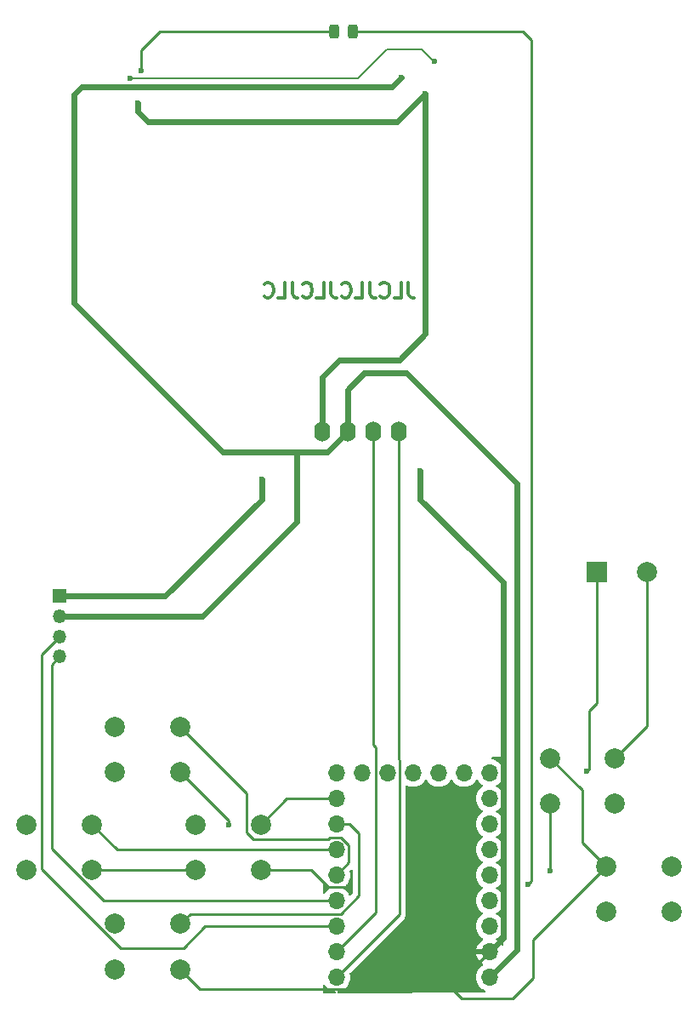
<source format=gbr>
G04 #@! TF.GenerationSoftware,KiCad,Pcbnew,8.0.5-8.0.5-0~ubuntu24.04.1*
G04 #@! TF.CreationDate,2024-10-05T12:13:45+09:00*
G04 #@! TF.ProjectId,gopher_rp2040_sw,676f7068-6572-45f7-9270-323034305f73,rev?*
G04 #@! TF.SameCoordinates,Original*
G04 #@! TF.FileFunction,Copper,L2,Bot*
G04 #@! TF.FilePolarity,Positive*
%FSLAX46Y46*%
G04 Gerber Fmt 4.6, Leading zero omitted, Abs format (unit mm)*
G04 Created by KiCad (PCBNEW 8.0.5-8.0.5-0~ubuntu24.04.1) date 2024-10-05 12:13:45*
%MOMM*%
%LPD*%
G01*
G04 APERTURE LIST*
G04 Aperture macros list*
%AMRoundRect*
0 Rectangle with rounded corners*
0 $1 Rounding radius*
0 $2 $3 $4 $5 $6 $7 $8 $9 X,Y pos of 4 corners*
0 Add a 4 corners polygon primitive as box body*
4,1,4,$2,$3,$4,$5,$6,$7,$8,$9,$2,$3,0*
0 Add four circle primitives for the rounded corners*
1,1,$1+$1,$2,$3*
1,1,$1+$1,$4,$5*
1,1,$1+$1,$6,$7*
1,1,$1+$1,$8,$9*
0 Add four rect primitives between the rounded corners*
20,1,$1+$1,$2,$3,$4,$5,0*
20,1,$1+$1,$4,$5,$6,$7,0*
20,1,$1+$1,$6,$7,$8,$9,0*
20,1,$1+$1,$8,$9,$2,$3,0*%
G04 Aperture macros list end*
%ADD10C,0.300000*%
G04 #@! TA.AperFunction,NonConductor*
%ADD11C,0.300000*%
G04 #@! TD*
G04 #@! TA.AperFunction,ComponentPad*
%ADD12O,1.700000X1.700000*%
G04 #@! TD*
G04 #@! TA.AperFunction,ComponentPad*
%ADD13O,1.600000X2.000000*%
G04 #@! TD*
G04 #@! TA.AperFunction,ComponentPad*
%ADD14C,2.000000*%
G04 #@! TD*
G04 #@! TA.AperFunction,ComponentPad*
%ADD15R,1.350000X1.350000*%
G04 #@! TD*
G04 #@! TA.AperFunction,ComponentPad*
%ADD16O,1.350000X1.350000*%
G04 #@! TD*
G04 #@! TA.AperFunction,ComponentPad*
%ADD17R,2.000000X2.000000*%
G04 #@! TD*
G04 #@! TA.AperFunction,SMDPad,CuDef*
%ADD18RoundRect,0.243750X0.243750X0.456250X-0.243750X0.456250X-0.243750X-0.456250X0.243750X-0.456250X0*%
G04 #@! TD*
G04 #@! TA.AperFunction,ViaPad*
%ADD19C,0.600000*%
G04 #@! TD*
G04 #@! TA.AperFunction,Conductor*
%ADD20C,0.200000*%
G04 #@! TD*
G04 #@! TA.AperFunction,Conductor*
%ADD21C,0.600000*%
G04 #@! TD*
G04 #@! TA.AperFunction,Conductor*
%ADD22C,0.250000*%
G04 #@! TD*
G04 APERTURE END LIST*
D10*
D11*
X122916917Y-99400828D02*
X122916917Y-100472257D01*
X122916917Y-100472257D02*
X122988346Y-100686542D01*
X122988346Y-100686542D02*
X123131203Y-100829400D01*
X123131203Y-100829400D02*
X123345489Y-100900828D01*
X123345489Y-100900828D02*
X123488346Y-100900828D01*
X121488346Y-100900828D02*
X122202632Y-100900828D01*
X122202632Y-100900828D02*
X122202632Y-99400828D01*
X120131203Y-100757971D02*
X120202631Y-100829400D01*
X120202631Y-100829400D02*
X120416917Y-100900828D01*
X120416917Y-100900828D02*
X120559774Y-100900828D01*
X120559774Y-100900828D02*
X120774060Y-100829400D01*
X120774060Y-100829400D02*
X120916917Y-100686542D01*
X120916917Y-100686542D02*
X120988346Y-100543685D01*
X120988346Y-100543685D02*
X121059774Y-100257971D01*
X121059774Y-100257971D02*
X121059774Y-100043685D01*
X121059774Y-100043685D02*
X120988346Y-99757971D01*
X120988346Y-99757971D02*
X120916917Y-99615114D01*
X120916917Y-99615114D02*
X120774060Y-99472257D01*
X120774060Y-99472257D02*
X120559774Y-99400828D01*
X120559774Y-99400828D02*
X120416917Y-99400828D01*
X120416917Y-99400828D02*
X120202631Y-99472257D01*
X120202631Y-99472257D02*
X120131203Y-99543685D01*
X119059774Y-99400828D02*
X119059774Y-100472257D01*
X119059774Y-100472257D02*
X119131203Y-100686542D01*
X119131203Y-100686542D02*
X119274060Y-100829400D01*
X119274060Y-100829400D02*
X119488346Y-100900828D01*
X119488346Y-100900828D02*
X119631203Y-100900828D01*
X117631203Y-100900828D02*
X118345489Y-100900828D01*
X118345489Y-100900828D02*
X118345489Y-99400828D01*
X116274060Y-100757971D02*
X116345488Y-100829400D01*
X116345488Y-100829400D02*
X116559774Y-100900828D01*
X116559774Y-100900828D02*
X116702631Y-100900828D01*
X116702631Y-100900828D02*
X116916917Y-100829400D01*
X116916917Y-100829400D02*
X117059774Y-100686542D01*
X117059774Y-100686542D02*
X117131203Y-100543685D01*
X117131203Y-100543685D02*
X117202631Y-100257971D01*
X117202631Y-100257971D02*
X117202631Y-100043685D01*
X117202631Y-100043685D02*
X117131203Y-99757971D01*
X117131203Y-99757971D02*
X117059774Y-99615114D01*
X117059774Y-99615114D02*
X116916917Y-99472257D01*
X116916917Y-99472257D02*
X116702631Y-99400828D01*
X116702631Y-99400828D02*
X116559774Y-99400828D01*
X116559774Y-99400828D02*
X116345488Y-99472257D01*
X116345488Y-99472257D02*
X116274060Y-99543685D01*
X115202631Y-99400828D02*
X115202631Y-100472257D01*
X115202631Y-100472257D02*
X115274060Y-100686542D01*
X115274060Y-100686542D02*
X115416917Y-100829400D01*
X115416917Y-100829400D02*
X115631203Y-100900828D01*
X115631203Y-100900828D02*
X115774060Y-100900828D01*
X113774060Y-100900828D02*
X114488346Y-100900828D01*
X114488346Y-100900828D02*
X114488346Y-99400828D01*
X112416917Y-100757971D02*
X112488345Y-100829400D01*
X112488345Y-100829400D02*
X112702631Y-100900828D01*
X112702631Y-100900828D02*
X112845488Y-100900828D01*
X112845488Y-100900828D02*
X113059774Y-100829400D01*
X113059774Y-100829400D02*
X113202631Y-100686542D01*
X113202631Y-100686542D02*
X113274060Y-100543685D01*
X113274060Y-100543685D02*
X113345488Y-100257971D01*
X113345488Y-100257971D02*
X113345488Y-100043685D01*
X113345488Y-100043685D02*
X113274060Y-99757971D01*
X113274060Y-99757971D02*
X113202631Y-99615114D01*
X113202631Y-99615114D02*
X113059774Y-99472257D01*
X113059774Y-99472257D02*
X112845488Y-99400828D01*
X112845488Y-99400828D02*
X112702631Y-99400828D01*
X112702631Y-99400828D02*
X112488345Y-99472257D01*
X112488345Y-99472257D02*
X112416917Y-99543685D01*
X111345488Y-99400828D02*
X111345488Y-100472257D01*
X111345488Y-100472257D02*
X111416917Y-100686542D01*
X111416917Y-100686542D02*
X111559774Y-100829400D01*
X111559774Y-100829400D02*
X111774060Y-100900828D01*
X111774060Y-100900828D02*
X111916917Y-100900828D01*
X109916917Y-100900828D02*
X110631203Y-100900828D01*
X110631203Y-100900828D02*
X110631203Y-99400828D01*
X108559774Y-100757971D02*
X108631202Y-100829400D01*
X108631202Y-100829400D02*
X108845488Y-100900828D01*
X108845488Y-100900828D02*
X108988345Y-100900828D01*
X108988345Y-100900828D02*
X109202631Y-100829400D01*
X109202631Y-100829400D02*
X109345488Y-100686542D01*
X109345488Y-100686542D02*
X109416917Y-100543685D01*
X109416917Y-100543685D02*
X109488345Y-100257971D01*
X109488345Y-100257971D02*
X109488345Y-100043685D01*
X109488345Y-100043685D02*
X109416917Y-99757971D01*
X109416917Y-99757971D02*
X109345488Y-99615114D01*
X109345488Y-99615114D02*
X109202631Y-99472257D01*
X109202631Y-99472257D02*
X108988345Y-99400828D01*
X108988345Y-99400828D02*
X108845488Y-99400828D01*
X108845488Y-99400828D02*
X108631202Y-99472257D01*
X108631202Y-99472257D02*
X108559774Y-99543685D01*
D12*
X115760000Y-168500000D03*
X115760000Y-165960000D03*
X115760000Y-163420000D03*
X115760000Y-160880000D03*
X115760000Y-158340000D03*
X115760000Y-155800000D03*
X115760000Y-153260000D03*
X115760000Y-150720000D03*
X115760000Y-148180000D03*
X118300000Y-148180000D03*
X120840000Y-148180000D03*
X123380000Y-148180000D03*
X125920000Y-148180000D03*
X128460000Y-148180000D03*
X131000000Y-148180000D03*
X131000000Y-150720000D03*
X131000000Y-153260000D03*
X131000000Y-155800000D03*
X131000000Y-158340000D03*
X131000000Y-160880000D03*
X131000000Y-163420000D03*
X131000000Y-165960000D03*
X131000000Y-168500000D03*
D13*
X114300000Y-114200000D03*
X116840000Y-114200000D03*
X119380000Y-114200000D03*
X121920000Y-114200000D03*
D14*
X137000000Y-146700000D03*
X143500000Y-146700000D03*
X137000000Y-151200000D03*
X143500000Y-151200000D03*
X84900000Y-153300000D03*
X91400000Y-153300000D03*
X84900000Y-157800000D03*
X91400000Y-157800000D03*
X93700000Y-163200000D03*
X100200000Y-163200000D03*
X93700000Y-167700000D03*
X100200000Y-167700000D03*
D15*
X88200000Y-130600000D03*
D16*
X88200000Y-132600000D03*
X88200000Y-134600000D03*
X88200000Y-136600000D03*
D14*
X93700000Y-143600000D03*
X100200000Y-143600000D03*
X93700000Y-148100000D03*
X100200000Y-148100000D03*
X101700000Y-153300000D03*
X108200000Y-153300000D03*
X101700000Y-157800000D03*
X108200000Y-157800000D03*
X142600000Y-157500000D03*
X149100000Y-157500000D03*
X142600000Y-162000000D03*
X149100000Y-162000000D03*
D17*
X141700000Y-128200000D03*
D14*
X146700000Y-128200000D03*
D18*
X117400000Y-74400000D03*
X115525000Y-74400000D03*
D19*
X95200000Y-79100000D03*
X125500000Y-77400000D03*
X122200000Y-79000000D03*
X96300000Y-78300000D03*
X96000000Y-81500000D03*
X93200000Y-79900000D03*
X124600000Y-80600000D03*
X108300000Y-119000000D03*
X117000000Y-159500000D03*
X124100000Y-118100000D03*
X105000000Y-153300000D03*
X140700000Y-148000000D03*
X134800000Y-159300000D03*
X137000000Y-157900000D03*
D20*
X120800000Y-76200000D02*
X124200000Y-76200000D01*
X124200000Y-76200000D02*
X125400000Y-77400000D01*
X95200000Y-79100000D02*
X117900000Y-79100000D01*
X117900000Y-79100000D02*
X120800000Y-76200000D01*
X125400000Y-77400000D02*
X125500000Y-77400000D01*
D21*
X121300000Y-79900000D02*
X122200000Y-79000000D01*
X93200000Y-79900000D02*
X121300000Y-79900000D01*
D22*
X96300000Y-76300000D02*
X96300000Y-78300000D01*
X96400000Y-76200000D02*
X96300000Y-76300000D01*
X103400000Y-74400000D02*
X98200000Y-74400000D01*
X98200000Y-74400000D02*
X96400000Y-76200000D01*
D21*
X121800000Y-83400000D02*
X124600000Y-80600000D01*
X96000000Y-81500000D02*
X96000000Y-82400000D01*
X96000000Y-82400000D02*
X97000000Y-83400000D01*
X97000000Y-83400000D02*
X121800000Y-83400000D01*
X90400000Y-79900000D02*
X93200000Y-79900000D01*
X89600000Y-80700000D02*
X90400000Y-79900000D01*
X124600000Y-104500000D02*
X124600000Y-80600000D01*
X122000000Y-107100000D02*
X124600000Y-104500000D01*
D22*
X140200000Y-155100000D02*
X142600000Y-157500000D01*
X142600000Y-157500000D02*
X135300000Y-164800000D01*
X115115000Y-159515000D02*
X116985000Y-159515000D01*
D21*
X114300000Y-114200000D02*
X114300000Y-108800000D01*
D22*
X113200000Y-157800000D02*
X114900000Y-159500000D01*
X135300000Y-168600000D02*
X133300000Y-170600000D01*
X115100000Y-159500000D02*
X115115000Y-159515000D01*
D21*
X114300000Y-108800000D02*
X116000000Y-107100000D01*
D22*
X140200000Y-149900000D02*
X140200000Y-155100000D01*
X91400000Y-157800000D02*
X99800000Y-157800000D01*
D21*
X129200000Y-126100000D02*
X124100000Y-121000000D01*
X116000000Y-107100000D02*
X122000000Y-107100000D01*
D22*
X127285000Y-169675000D02*
X131000000Y-165960000D01*
X108200000Y-157800000D02*
X113200000Y-157800000D01*
X116985000Y-159515000D02*
X117000000Y-159500000D01*
X99800000Y-157800000D02*
X101700000Y-157800000D01*
X102175000Y-169675000D02*
X127285000Y-169675000D01*
X100200000Y-148100000D02*
X105000000Y-152900000D01*
D21*
X132350000Y-129250000D02*
X132350000Y-164610000D01*
X108300000Y-119000000D02*
X108300000Y-121000000D01*
D22*
X128210000Y-170600000D02*
X127285000Y-169675000D01*
D21*
X108300000Y-121000000D02*
X98700000Y-130600000D01*
D22*
X114900000Y-159500000D02*
X115100000Y-159500000D01*
X100200000Y-167700000D02*
X102175000Y-169675000D01*
X146700000Y-128200000D02*
X146700000Y-143500000D01*
X135300000Y-164800000D02*
X135300000Y-168600000D01*
X137000000Y-146700000D02*
X140200000Y-149900000D01*
D21*
X124100000Y-121000000D02*
X124100000Y-118100000D01*
X132350000Y-164610000D02*
X131000000Y-165960000D01*
X129200000Y-126100000D02*
X132350000Y-129250000D01*
D22*
X146700000Y-143500000D02*
X143500000Y-146700000D01*
X105000000Y-152900000D02*
X105000000Y-153300000D01*
D21*
X98700000Y-130600000D02*
X88200000Y-130600000D01*
D22*
X133300000Y-170600000D02*
X128210000Y-170600000D01*
D21*
X133700000Y-165800000D02*
X131000000Y-168500000D01*
X116840000Y-110060000D02*
X118500000Y-108400000D01*
X95400000Y-107200000D02*
X104420000Y-116220000D01*
X114820000Y-116220000D02*
X116840000Y-114200000D01*
X95400000Y-107200000D02*
X89600000Y-101400000D01*
X111800000Y-123200000D02*
X102400000Y-132600000D01*
X102400000Y-132600000D02*
X88200000Y-132600000D01*
X118500000Y-108400000D02*
X122700000Y-108400000D01*
X104420000Y-116220000D02*
X111800000Y-116220000D01*
X111800000Y-116220000D02*
X111800000Y-123200000D01*
X122700000Y-108400000D02*
X133700000Y-119400000D01*
X111800000Y-116220000D02*
X114820000Y-116220000D01*
X133700000Y-119400000D02*
X133700000Y-165800000D01*
X116840000Y-114200000D02*
X116840000Y-110060000D01*
X89600000Y-101400000D02*
X89600000Y-80700000D01*
D22*
X115525000Y-74400000D02*
X103400000Y-74400000D01*
X122015000Y-162245000D02*
X115760000Y-168500000D01*
X121920000Y-146790001D02*
X121920000Y-114200000D01*
X122015000Y-146885001D02*
X121920000Y-146790001D01*
X122015000Y-146885001D02*
X122015000Y-162245000D01*
X115760000Y-165960000D02*
X119665000Y-162055000D01*
X119665000Y-162055000D02*
X119665000Y-145635000D01*
X119380000Y-145350000D02*
X119380000Y-114200000D01*
X119665000Y-145635000D02*
X119380000Y-145350000D01*
X86400000Y-157773833D02*
X94226167Y-165600000D01*
X100500000Y-165600000D02*
X102680000Y-163420000D01*
X86400000Y-136400000D02*
X86400000Y-157773833D01*
X88200000Y-134600000D02*
X86400000Y-136400000D01*
X94226167Y-165600000D02*
X100500000Y-165600000D01*
X102680000Y-163420000D02*
X115760000Y-163420000D01*
X87400000Y-155673833D02*
X87400000Y-137400000D01*
X92606167Y-160880000D02*
X115760000Y-160880000D01*
X87400000Y-137400000D02*
X88200000Y-136600000D01*
X87400000Y-155673833D02*
X92606167Y-160880000D01*
X140700000Y-148000000D02*
X140900000Y-147800000D01*
X141700000Y-141200000D02*
X141700000Y-128200000D01*
X140900000Y-147800000D02*
X140900000Y-142000000D01*
X140900000Y-142000000D02*
X141700000Y-141200000D01*
X134300000Y-74400000D02*
X135200000Y-75300000D01*
X135200000Y-158900000D02*
X134800000Y-159300000D01*
X117400000Y-74400000D02*
X134300000Y-74400000D01*
X135200000Y-75300000D02*
X135200000Y-158900000D01*
X116221701Y-154600000D02*
X117000000Y-155378299D01*
X106800000Y-154100000D02*
X107500000Y-154800000D01*
X107500000Y-154800000D02*
X114908299Y-154800000D01*
X115108299Y-154600000D02*
X116221701Y-154600000D01*
X100200000Y-143600000D02*
X106800000Y-150200000D01*
X117000000Y-157100000D02*
X115760000Y-158340000D01*
X114908299Y-154800000D02*
X115108299Y-154600000D01*
X106800000Y-150200000D02*
X106800000Y-154100000D01*
X117000000Y-155378299D02*
X117000000Y-157100000D01*
X93900000Y-155800000D02*
X91400000Y-153300000D01*
X115760000Y-155800000D02*
X93900000Y-155800000D01*
X116200000Y-162200000D02*
X118000000Y-160400000D01*
X101200000Y-162200000D02*
X116200000Y-162200000D01*
X118000000Y-154200000D02*
X117060000Y-153260000D01*
X100200000Y-163200000D02*
X101200000Y-162200000D01*
X117060000Y-153260000D02*
X115760000Y-153260000D01*
X118000000Y-160400000D02*
X118000000Y-154200000D01*
X115760000Y-150720000D02*
X110780000Y-150720000D01*
X110780000Y-150720000D02*
X108200000Y-153300000D01*
X137000000Y-157900000D02*
X137000000Y-151200000D01*
G04 #@! TA.AperFunction,Conductor*
G36*
X114605203Y-169224943D02*
G01*
X114627804Y-169250829D01*
X114684278Y-169337268D01*
X114684283Y-169337273D01*
X114684284Y-169337276D01*
X114836756Y-169502902D01*
X114836760Y-169502906D01*
X115014424Y-169641189D01*
X115014425Y-169641189D01*
X115014427Y-169641191D01*
X115141135Y-169709761D01*
X115212426Y-169748342D01*
X115318895Y-169784893D01*
X115425361Y-169821443D01*
X115425363Y-169821443D01*
X115425365Y-169821444D01*
X115566188Y-169844943D01*
X115579995Y-169847247D01*
X115642880Y-169877698D01*
X115679319Y-169937312D01*
X115677744Y-170007164D01*
X115638654Y-170065076D01*
X115574461Y-170092661D01*
X115560274Y-170093554D01*
X114524689Y-170099307D01*
X114457541Y-170079995D01*
X114411494Y-170027446D01*
X114400000Y-169975309D01*
X114400000Y-169318656D01*
X114419685Y-169251617D01*
X114472489Y-169205862D01*
X114541647Y-169195918D01*
X114605203Y-169224943D01*
G37*
G04 #@! TD.AperFunction*
G04 #@! TA.AperFunction,Conductor*
G36*
X129811905Y-148853515D02*
G01*
X129833804Y-148878787D01*
X129924278Y-149017268D01*
X129924283Y-149017273D01*
X129924284Y-149017276D01*
X130076756Y-149182902D01*
X130076760Y-149182906D01*
X130254424Y-149321189D01*
X130254429Y-149321191D01*
X130254431Y-149321193D01*
X130290930Y-149340946D01*
X130340520Y-149390165D01*
X130355628Y-149458382D01*
X130331457Y-149523937D01*
X130290930Y-149559054D01*
X130254431Y-149578806D01*
X130254422Y-149578812D01*
X130076761Y-149717092D01*
X130076756Y-149717097D01*
X129924284Y-149882723D01*
X129924276Y-149882734D01*
X129801140Y-150071207D01*
X129710703Y-150277385D01*
X129655436Y-150495628D01*
X129655434Y-150495640D01*
X129636844Y-150719994D01*
X129636844Y-150720005D01*
X129655434Y-150944359D01*
X129655436Y-150944371D01*
X129710703Y-151162614D01*
X129801140Y-151368792D01*
X129924276Y-151557265D01*
X129924284Y-151557276D01*
X130076756Y-151722902D01*
X130076760Y-151722906D01*
X130254424Y-151861189D01*
X130254429Y-151861191D01*
X130254431Y-151861193D01*
X130290930Y-151880946D01*
X130340520Y-151930165D01*
X130355628Y-151998382D01*
X130331457Y-152063937D01*
X130290930Y-152099054D01*
X130254431Y-152118806D01*
X130254422Y-152118812D01*
X130076761Y-152257092D01*
X130076756Y-152257097D01*
X129924284Y-152422723D01*
X129924276Y-152422734D01*
X129801140Y-152611207D01*
X129710703Y-152817385D01*
X129655436Y-153035628D01*
X129655434Y-153035640D01*
X129636844Y-153259994D01*
X129636844Y-153260005D01*
X129655434Y-153484359D01*
X129655436Y-153484371D01*
X129710703Y-153702614D01*
X129801140Y-153908792D01*
X129924276Y-154097265D01*
X129924284Y-154097276D01*
X130076756Y-154262902D01*
X130076760Y-154262906D01*
X130254424Y-154401189D01*
X130254429Y-154401191D01*
X130254431Y-154401193D01*
X130290930Y-154420946D01*
X130340520Y-154470165D01*
X130355628Y-154538382D01*
X130331457Y-154603937D01*
X130290930Y-154639054D01*
X130254431Y-154658806D01*
X130254422Y-154658812D01*
X130076761Y-154797092D01*
X130076756Y-154797097D01*
X129924284Y-154962723D01*
X129924276Y-154962734D01*
X129801140Y-155151207D01*
X129710703Y-155357385D01*
X129655436Y-155575628D01*
X129655434Y-155575640D01*
X129636844Y-155799994D01*
X129636844Y-155800005D01*
X129655434Y-156024359D01*
X129655436Y-156024371D01*
X129710703Y-156242614D01*
X129801140Y-156448792D01*
X129924276Y-156637265D01*
X129924284Y-156637276D01*
X130076756Y-156802902D01*
X130076760Y-156802906D01*
X130254424Y-156941189D01*
X130254429Y-156941191D01*
X130254431Y-156941193D01*
X130290930Y-156960946D01*
X130340520Y-157010165D01*
X130355628Y-157078382D01*
X130331457Y-157143937D01*
X130290930Y-157179054D01*
X130254431Y-157198806D01*
X130254422Y-157198812D01*
X130076761Y-157337092D01*
X130076756Y-157337097D01*
X129924284Y-157502723D01*
X129924276Y-157502734D01*
X129801140Y-157691207D01*
X129710703Y-157897385D01*
X129655436Y-158115628D01*
X129655434Y-158115640D01*
X129636844Y-158339994D01*
X129636844Y-158340005D01*
X129655434Y-158564359D01*
X129655436Y-158564371D01*
X129710703Y-158782614D01*
X129801140Y-158988792D01*
X129924276Y-159177265D01*
X129924284Y-159177276D01*
X130076756Y-159342902D01*
X130076760Y-159342906D01*
X130254424Y-159481189D01*
X130254429Y-159481191D01*
X130254431Y-159481193D01*
X130290930Y-159500946D01*
X130340520Y-159550165D01*
X130355628Y-159618382D01*
X130331457Y-159683937D01*
X130290930Y-159719054D01*
X130254431Y-159738806D01*
X130254422Y-159738812D01*
X130076761Y-159877092D01*
X130076756Y-159877097D01*
X129924284Y-160042723D01*
X129924276Y-160042734D01*
X129801140Y-160231207D01*
X129710703Y-160437385D01*
X129655436Y-160655628D01*
X129655434Y-160655640D01*
X129636844Y-160879994D01*
X129636844Y-160880005D01*
X129655434Y-161104359D01*
X129655436Y-161104371D01*
X129710703Y-161322614D01*
X129801140Y-161528792D01*
X129924276Y-161717265D01*
X129924284Y-161717276D01*
X130027056Y-161828914D01*
X130076760Y-161882906D01*
X130254424Y-162021189D01*
X130254429Y-162021191D01*
X130254431Y-162021193D01*
X130290930Y-162040946D01*
X130340520Y-162090165D01*
X130355628Y-162158382D01*
X130331457Y-162223937D01*
X130290930Y-162259054D01*
X130254431Y-162278806D01*
X130254422Y-162278812D01*
X130076761Y-162417092D01*
X130076756Y-162417097D01*
X129924284Y-162582723D01*
X129924276Y-162582734D01*
X129801140Y-162771207D01*
X129710703Y-162977385D01*
X129655436Y-163195628D01*
X129655434Y-163195640D01*
X129636844Y-163419994D01*
X129636844Y-163420005D01*
X129655434Y-163644359D01*
X129655436Y-163644371D01*
X129710703Y-163862614D01*
X129801140Y-164068792D01*
X129924276Y-164257265D01*
X129924284Y-164257276D01*
X130076756Y-164422902D01*
X130076760Y-164422906D01*
X130254424Y-164561189D01*
X130290932Y-164580946D01*
X130297695Y-164584606D01*
X130347286Y-164633825D01*
X130362394Y-164702042D01*
X130338224Y-164767597D01*
X130309802Y-164795236D01*
X130128922Y-164921890D01*
X130128920Y-164921891D01*
X129961891Y-165088920D01*
X129961886Y-165088926D01*
X129826400Y-165282420D01*
X129826399Y-165282422D01*
X129726570Y-165496507D01*
X129726567Y-165496513D01*
X129669364Y-165709999D01*
X129669364Y-165710000D01*
X130566988Y-165710000D01*
X130534075Y-165767007D01*
X130500000Y-165894174D01*
X130500000Y-166025826D01*
X130534075Y-166152993D01*
X130566988Y-166210000D01*
X129669364Y-166210000D01*
X129726567Y-166423486D01*
X129726570Y-166423492D01*
X129826399Y-166637578D01*
X129961894Y-166831082D01*
X130128917Y-166998105D01*
X130309802Y-167124763D01*
X130353427Y-167179340D01*
X130360619Y-167248839D01*
X130329097Y-167311193D01*
X130297697Y-167335392D01*
X130254427Y-167358809D01*
X130254422Y-167358812D01*
X130076761Y-167497092D01*
X130076756Y-167497097D01*
X129924284Y-167662723D01*
X129924276Y-167662734D01*
X129801140Y-167851207D01*
X129710703Y-168057385D01*
X129655436Y-168275628D01*
X129655434Y-168275640D01*
X129636844Y-168499994D01*
X129636844Y-168500005D01*
X129655434Y-168724359D01*
X129655436Y-168724371D01*
X129710703Y-168942614D01*
X129801140Y-169148792D01*
X129924276Y-169337265D01*
X129924284Y-169337276D01*
X130076756Y-169502902D01*
X130076760Y-169502906D01*
X130254424Y-169641189D01*
X130254425Y-169641189D01*
X130254427Y-169641191D01*
X130381135Y-169709761D01*
X130452426Y-169748342D01*
X130496504Y-169763474D01*
X130513821Y-169769419D01*
X130570837Y-169809804D01*
X130596968Y-169874603D01*
X130583917Y-169943243D01*
X130535828Y-169993931D01*
X130474248Y-170010698D01*
X115974907Y-170091250D01*
X115907759Y-170071938D01*
X115861712Y-170019389D01*
X115851384Y-169950287D01*
X115880055Y-169886571D01*
X115938623Y-169848471D01*
X115953800Y-169844944D01*
X116094635Y-169821444D01*
X116307574Y-169748342D01*
X116505576Y-169641189D01*
X116683240Y-169502906D01*
X116835722Y-169337268D01*
X116958860Y-169148791D01*
X117049296Y-168942616D01*
X117104564Y-168724368D01*
X117123156Y-168500000D01*
X117104564Y-168275632D01*
X117076538Y-168164960D01*
X117079163Y-168095140D01*
X117109061Y-168046841D01*
X122507071Y-162648833D01*
X122576400Y-162545075D01*
X122624155Y-162429785D01*
X122648500Y-162307394D01*
X122648500Y-162182606D01*
X122648500Y-149536905D01*
X122668185Y-149469866D01*
X122720989Y-149424111D01*
X122790147Y-149414167D01*
X122827606Y-149426557D01*
X122827728Y-149426281D01*
X122830664Y-149427569D01*
X122831521Y-149427852D01*
X122832426Y-149428342D01*
X123045365Y-149501444D01*
X123267431Y-149538500D01*
X123492569Y-149538500D01*
X123714635Y-149501444D01*
X123927574Y-149428342D01*
X124125576Y-149321189D01*
X124303240Y-149182906D01*
X124455722Y-149017268D01*
X124546193Y-148878790D01*
X124599338Y-148833437D01*
X124668569Y-148824013D01*
X124731905Y-148853515D01*
X124753804Y-148878787D01*
X124844278Y-149017268D01*
X124844283Y-149017273D01*
X124844284Y-149017276D01*
X124996756Y-149182902D01*
X124996760Y-149182906D01*
X125174424Y-149321189D01*
X125174425Y-149321189D01*
X125174427Y-149321191D01*
X125275824Y-149376064D01*
X125372426Y-149428342D01*
X125585365Y-149501444D01*
X125807431Y-149538500D01*
X126032569Y-149538500D01*
X126254635Y-149501444D01*
X126467574Y-149428342D01*
X126665576Y-149321189D01*
X126843240Y-149182906D01*
X126995722Y-149017268D01*
X127086193Y-148878790D01*
X127139338Y-148833437D01*
X127208569Y-148824013D01*
X127271905Y-148853515D01*
X127293804Y-148878787D01*
X127384278Y-149017268D01*
X127384283Y-149017273D01*
X127384284Y-149017276D01*
X127536756Y-149182902D01*
X127536760Y-149182906D01*
X127714424Y-149321189D01*
X127714425Y-149321189D01*
X127714427Y-149321191D01*
X127815824Y-149376064D01*
X127912426Y-149428342D01*
X128125365Y-149501444D01*
X128347431Y-149538500D01*
X128572569Y-149538500D01*
X128794635Y-149501444D01*
X129007574Y-149428342D01*
X129205576Y-149321189D01*
X129383240Y-149182906D01*
X129535722Y-149017268D01*
X129626193Y-148878790D01*
X129679338Y-148833437D01*
X129748569Y-148824013D01*
X129811905Y-148853515D01*
G37*
G04 #@! TD.AperFunction*
G04 #@! TA.AperFunction,Conductor*
G36*
X132357905Y-164084332D02*
G01*
X132395236Y-164143393D01*
X132400000Y-164177432D01*
X132400000Y-165212476D01*
X132380315Y-165279515D01*
X132327511Y-165325270D01*
X132258353Y-165335214D01*
X132194797Y-165306189D01*
X132174425Y-165283600D01*
X132038109Y-165088922D01*
X132038108Y-165088920D01*
X131871082Y-164921894D01*
X131690197Y-164795236D01*
X131646572Y-164740659D01*
X131639380Y-164671160D01*
X131670902Y-164608806D01*
X131702300Y-164584608D01*
X131745576Y-164561189D01*
X131923240Y-164422906D01*
X132075722Y-164257268D01*
X132172192Y-164109608D01*
X132225338Y-164064254D01*
X132294569Y-164054830D01*
X132357905Y-164084332D01*
G37*
G04 #@! TD.AperFunction*
G04 #@! TA.AperFunction,Conductor*
G36*
X132357905Y-161544332D02*
G01*
X132395236Y-161603393D01*
X132400000Y-161637432D01*
X132400000Y-162662567D01*
X132380315Y-162729606D01*
X132327511Y-162775361D01*
X132258353Y-162785305D01*
X132194797Y-162756280D01*
X132172192Y-162730389D01*
X132089508Y-162603833D01*
X132075722Y-162582732D01*
X132075719Y-162582729D01*
X132075715Y-162582723D01*
X131923243Y-162417097D01*
X131923238Y-162417092D01*
X131745577Y-162278812D01*
X131745578Y-162278812D01*
X131745576Y-162278811D01*
X131709070Y-162259055D01*
X131659479Y-162209836D01*
X131644371Y-162141619D01*
X131668541Y-162076064D01*
X131709070Y-162040945D01*
X131709084Y-162040936D01*
X131745576Y-162021189D01*
X131923240Y-161882906D01*
X132022614Y-161774957D01*
X132075715Y-161717276D01*
X132075715Y-161717275D01*
X132075722Y-161717268D01*
X132172192Y-161569608D01*
X132225338Y-161524254D01*
X132294569Y-161514830D01*
X132357905Y-161544332D01*
G37*
G04 #@! TD.AperFunction*
G04 #@! TA.AperFunction,Conductor*
G36*
X117285834Y-157812583D02*
G01*
X117341767Y-157854455D01*
X117366184Y-157919919D01*
X117366500Y-157928765D01*
X117366500Y-158278682D01*
X117347125Y-158344661D01*
X117363956Y-158376327D01*
X117366500Y-158401317D01*
X117366500Y-160086233D01*
X117346815Y-160153272D01*
X117330181Y-160173915D01*
X117182939Y-160321156D01*
X117121616Y-160354640D01*
X117051924Y-160349656D01*
X116995991Y-160307784D01*
X116981702Y-160283283D01*
X116958860Y-160231209D01*
X116927981Y-160183945D01*
X116835722Y-160042732D01*
X116835719Y-160042729D01*
X116835715Y-160042723D01*
X116683243Y-159877097D01*
X116683238Y-159877092D01*
X116505577Y-159738812D01*
X116505578Y-159738812D01*
X116505576Y-159738811D01*
X116469070Y-159719055D01*
X116419479Y-159669836D01*
X116404371Y-159601619D01*
X116428541Y-159536064D01*
X116469070Y-159500945D01*
X116469084Y-159500936D01*
X116505576Y-159481189D01*
X116683240Y-159342906D01*
X116835722Y-159177268D01*
X116958860Y-158988791D01*
X117049296Y-158782616D01*
X117104564Y-158564368D01*
X117118924Y-158391077D01*
X117139325Y-158338206D01*
X117123523Y-158313617D01*
X117118924Y-158288922D01*
X117104565Y-158115640D01*
X117104564Y-158115637D01*
X117104564Y-158115632D01*
X117076538Y-158004960D01*
X117079163Y-157935141D01*
X117109063Y-157886840D01*
X117154819Y-157841084D01*
X117216142Y-157807599D01*
X117285834Y-157812583D01*
G37*
G04 #@! TD.AperFunction*
G04 #@! TA.AperFunction,Conductor*
G36*
X132357905Y-159004332D02*
G01*
X132395236Y-159063393D01*
X132400000Y-159097432D01*
X132400000Y-160122567D01*
X132380315Y-160189606D01*
X132327511Y-160235361D01*
X132258353Y-160245305D01*
X132194797Y-160216280D01*
X132172192Y-160190389D01*
X132075723Y-160042734D01*
X132075715Y-160042723D01*
X131923243Y-159877097D01*
X131923238Y-159877092D01*
X131745577Y-159738812D01*
X131745578Y-159738812D01*
X131745576Y-159738811D01*
X131709070Y-159719055D01*
X131659479Y-159669836D01*
X131644371Y-159601619D01*
X131668541Y-159536064D01*
X131709070Y-159500945D01*
X131709084Y-159500936D01*
X131745576Y-159481189D01*
X131923240Y-159342906D01*
X132075722Y-159177268D01*
X132172192Y-159029608D01*
X132225338Y-158984254D01*
X132294569Y-158974830D01*
X132357905Y-159004332D01*
G37*
G04 #@! TD.AperFunction*
G04 #@! TA.AperFunction,Conductor*
G36*
X114605203Y-159064943D02*
G01*
X114627804Y-159090829D01*
X114684278Y-159177268D01*
X114684283Y-159177273D01*
X114684284Y-159177276D01*
X114836756Y-159342902D01*
X114836760Y-159342906D01*
X115014424Y-159481189D01*
X115014429Y-159481191D01*
X115014431Y-159481193D01*
X115050930Y-159500946D01*
X115100520Y-159550165D01*
X115115628Y-159618382D01*
X115091457Y-159683937D01*
X115050930Y-159719054D01*
X115014431Y-159738806D01*
X115014422Y-159738812D01*
X114836761Y-159877092D01*
X114836756Y-159877097D01*
X114684284Y-160042723D01*
X114684276Y-160042734D01*
X114627808Y-160129165D01*
X114574662Y-160174522D01*
X114505430Y-160183945D01*
X114442095Y-160154443D01*
X114404763Y-160095382D01*
X114400000Y-160061343D01*
X114400000Y-159158656D01*
X114419685Y-159091617D01*
X114472489Y-159045862D01*
X114541647Y-159035918D01*
X114605203Y-159064943D01*
G37*
G04 #@! TD.AperFunction*
G04 #@! TA.AperFunction,Conductor*
G36*
X132357905Y-156464332D02*
G01*
X132395236Y-156523393D01*
X132400000Y-156557432D01*
X132400000Y-157582567D01*
X132380315Y-157649606D01*
X132327511Y-157695361D01*
X132258353Y-157705305D01*
X132194797Y-157676280D01*
X132172192Y-157650389D01*
X132075723Y-157502734D01*
X132075715Y-157502723D01*
X131923243Y-157337097D01*
X131923238Y-157337092D01*
X131745577Y-157198812D01*
X131745578Y-157198812D01*
X131745576Y-157198811D01*
X131709070Y-157179055D01*
X131659479Y-157129836D01*
X131644371Y-157061619D01*
X131668541Y-156996064D01*
X131709070Y-156960945D01*
X131709084Y-156960936D01*
X131745576Y-156941189D01*
X131923240Y-156802906D01*
X132075722Y-156637268D01*
X132172192Y-156489608D01*
X132225338Y-156444254D01*
X132294569Y-156434830D01*
X132357905Y-156464332D01*
G37*
G04 #@! TD.AperFunction*
G04 #@! TA.AperFunction,Conductor*
G36*
X132357905Y-153924332D02*
G01*
X132395236Y-153983393D01*
X132400000Y-154017432D01*
X132400000Y-155042567D01*
X132380315Y-155109606D01*
X132327511Y-155155361D01*
X132258353Y-155165305D01*
X132194797Y-155136280D01*
X132172192Y-155110389D01*
X132075723Y-154962734D01*
X132075715Y-154962723D01*
X131923243Y-154797097D01*
X131923238Y-154797092D01*
X131745577Y-154658812D01*
X131745578Y-154658812D01*
X131745576Y-154658811D01*
X131709070Y-154639055D01*
X131659479Y-154589836D01*
X131644371Y-154521619D01*
X131668541Y-154456064D01*
X131709070Y-154420945D01*
X131709084Y-154420936D01*
X131745576Y-154401189D01*
X131923240Y-154262906D01*
X132075722Y-154097268D01*
X132172192Y-153949608D01*
X132225338Y-153904254D01*
X132294569Y-153894830D01*
X132357905Y-153924332D01*
G37*
G04 #@! TD.AperFunction*
G04 #@! TA.AperFunction,Conductor*
G36*
X132357905Y-151384332D02*
G01*
X132395236Y-151443393D01*
X132400000Y-151477432D01*
X132400000Y-152502567D01*
X132380315Y-152569606D01*
X132327511Y-152615361D01*
X132258353Y-152625305D01*
X132194797Y-152596280D01*
X132172192Y-152570389D01*
X132075723Y-152422734D01*
X132075715Y-152422723D01*
X131923243Y-152257097D01*
X131923238Y-152257092D01*
X131745577Y-152118812D01*
X131745578Y-152118812D01*
X131745576Y-152118811D01*
X131709070Y-152099055D01*
X131659479Y-152049836D01*
X131644371Y-151981619D01*
X131668541Y-151916064D01*
X131709070Y-151880945D01*
X131709084Y-151880936D01*
X131745576Y-151861189D01*
X131923240Y-151722906D01*
X132075722Y-151557268D01*
X132172192Y-151409608D01*
X132225338Y-151364254D01*
X132294569Y-151354830D01*
X132357905Y-151384332D01*
G37*
G04 #@! TD.AperFunction*
G04 #@! TA.AperFunction,Conductor*
G36*
X132357905Y-148844332D02*
G01*
X132395236Y-148903393D01*
X132400000Y-148937432D01*
X132400000Y-149962567D01*
X132380315Y-150029606D01*
X132327511Y-150075361D01*
X132258353Y-150085305D01*
X132194797Y-150056280D01*
X132172192Y-150030389D01*
X132075723Y-149882734D01*
X132075715Y-149882723D01*
X131923243Y-149717097D01*
X131923238Y-149717092D01*
X131745577Y-149578812D01*
X131745578Y-149578812D01*
X131745576Y-149578811D01*
X131709070Y-149559055D01*
X131659479Y-149509836D01*
X131644371Y-149441619D01*
X131668541Y-149376064D01*
X131709070Y-149340945D01*
X131709084Y-149340936D01*
X131745576Y-149321189D01*
X131923240Y-149182906D01*
X132075722Y-149017268D01*
X132172192Y-148869608D01*
X132225338Y-148824254D01*
X132294569Y-148814830D01*
X132357905Y-148844332D01*
G37*
G04 #@! TD.AperFunction*
G04 #@! TA.AperFunction,Conductor*
G36*
X132343039Y-146619685D02*
G01*
X132388794Y-146672489D01*
X132400000Y-146724000D01*
X132400000Y-147422567D01*
X132380315Y-147489606D01*
X132327511Y-147535361D01*
X132258353Y-147545305D01*
X132194797Y-147516280D01*
X132172192Y-147490389D01*
X132075723Y-147342734D01*
X132075715Y-147342723D01*
X131923243Y-147177097D01*
X131923238Y-147177092D01*
X131745577Y-147038812D01*
X131745572Y-147038808D01*
X131547580Y-146931661D01*
X131547577Y-146931659D01*
X131547574Y-146931658D01*
X131547571Y-146931657D01*
X131547569Y-146931656D01*
X131334637Y-146858556D01*
X131261243Y-146846309D01*
X131198357Y-146815859D01*
X131161918Y-146756244D01*
X131163493Y-146686392D01*
X131202583Y-146628480D01*
X131266776Y-146600896D01*
X131281652Y-146600000D01*
X132276000Y-146600000D01*
X132343039Y-146619685D01*
G37*
G04 #@! TD.AperFunction*
M02*

</source>
